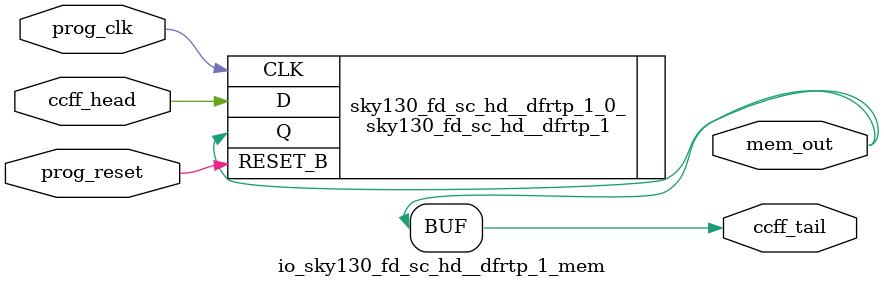
<source format=v>
`timescale 1ns / 1ps

`default_nettype wire

// ----- Verilog module for mux_tree_tapbuf_size12_mem -----
module mux_tree_tapbuf_size12_mem(prog_reset,
                                  prog_clk,
                                  ccff_head,
                                  ccff_tail,
                                  mem_out);
//----- GLOBAL PORTS -----
input [0:0] prog_reset;
//----- GLOBAL PORTS -----
input [0:0] prog_clk;
//----- INPUT PORTS -----
input [0:0] ccff_head;
//----- OUTPUT PORTS -----
output [0:0] ccff_tail;
//----- OUTPUT PORTS -----
output [0:3] mem_out;

//----- BEGIN Registered ports -----
//----- END Registered ports -----



// ----- BEGIN Local short connections -----
// ----- END Local short connections -----
// ----- BEGIN Local output short connections -----
	assign ccff_tail[0] = mem_out[3];
// ----- END Local output short connections -----

	sky130_fd_sc_hd__dfrtp_1 sky130_fd_sc_hd__dfrtp_1_0_ (
		.RESET_B(prog_reset),
		.CLK(prog_clk),
		.D(ccff_head),
		.Q(mem_out[0]));

	sky130_fd_sc_hd__dfrtp_1 sky130_fd_sc_hd__dfrtp_1_1_ (
		.RESET_B(prog_reset),
		.CLK(prog_clk),
		.D(mem_out[0]),
		.Q(mem_out[1]));

	sky130_fd_sc_hd__dfrtp_1 sky130_fd_sc_hd__dfrtp_1_2_ (
		.RESET_B(prog_reset),
		.CLK(prog_clk),
		.D(mem_out[1]),
		.Q(mem_out[2]));

	sky130_fd_sc_hd__dfrtp_1 sky130_fd_sc_hd__dfrtp_1_3_ (
		.RESET_B(prog_reset),
		.CLK(prog_clk),
		.D(mem_out[2]),
		.Q(mem_out[3]));

endmodule
// ----- END Verilog module for mux_tree_tapbuf_size12_mem -----

//----- Default net type -----
`default_nettype none




//----- Default net type -----
`default_nettype wire

// ----- Verilog module for mux_tree_tapbuf_size10_mem -----
module mux_tree_tapbuf_size10_mem(prog_reset,
                                  prog_clk,
                                  ccff_head,
                                  ccff_tail,
                                  mem_out);
//----- GLOBAL PORTS -----
input [0:0] prog_reset;
//----- GLOBAL PORTS -----
input [0:0] prog_clk;
//----- INPUT PORTS -----
input [0:0] ccff_head;
//----- OUTPUT PORTS -----
output [0:0] ccff_tail;
//----- OUTPUT PORTS -----
output [0:3] mem_out;

//----- BEGIN Registered ports -----
//----- END Registered ports -----



// ----- BEGIN Local short connections -----
// ----- END Local short connections -----
// ----- BEGIN Local output short connections -----
	assign ccff_tail[0] = mem_out[3];
// ----- END Local output short connections -----

	sky130_fd_sc_hd__dfrtp_1 sky130_fd_sc_hd__dfrtp_1_0_ (
		.RESET_B(prog_reset),
		.CLK(prog_clk),
		.D(ccff_head),
		.Q(mem_out[0]));

	sky130_fd_sc_hd__dfrtp_1 sky130_fd_sc_hd__dfrtp_1_1_ (
		.RESET_B(prog_reset),
		.CLK(prog_clk),
		.D(mem_out[0]),
		.Q(mem_out[1]));

	sky130_fd_sc_hd__dfrtp_1 sky130_fd_sc_hd__dfrtp_1_2_ (
		.RESET_B(prog_reset),
		.CLK(prog_clk),
		.D(mem_out[1]),
		.Q(mem_out[2]));

	sky130_fd_sc_hd__dfrtp_1 sky130_fd_sc_hd__dfrtp_1_3_ (
		.RESET_B(prog_reset),
		.CLK(prog_clk),
		.D(mem_out[2]),
		.Q(mem_out[3]));

endmodule
// ----- END Verilog module for mux_tree_tapbuf_size10_mem -----

//----- Default net type -----
`default_nettype none




//----- Default net type -----
`default_nettype wire

// ----- Verilog module for mux_tree_tapbuf_size3_mem -----
module mux_tree_tapbuf_size3_mem(prog_reset,
                                 prog_clk,
                                 ccff_head,
                                 ccff_tail,
                                 mem_out);
//----- GLOBAL PORTS -----
input [0:0] prog_reset;
//----- GLOBAL PORTS -----
input [0:0] prog_clk;
//----- INPUT PORTS -----
input [0:0] ccff_head;
//----- OUTPUT PORTS -----
output [0:0] ccff_tail;
//----- OUTPUT PORTS -----
output [0:1] mem_out;

//----- BEGIN Registered ports -----
//----- END Registered ports -----



// ----- BEGIN Local short connections -----
// ----- END Local short connections -----
// ----- BEGIN Local output short connections -----
	assign ccff_tail[0] = mem_out[1];
// ----- END Local output short connections -----

	sky130_fd_sc_hd__dfrtp_1 sky130_fd_sc_hd__dfrtp_1_0_ (
		.RESET_B(prog_reset),
		.CLK(prog_clk),
		.D(ccff_head),
		.Q(mem_out[0]));

	sky130_fd_sc_hd__dfrtp_1 sky130_fd_sc_hd__dfrtp_1_1_ (
		.RESET_B(prog_reset),
		.CLK(prog_clk),
		.D(mem_out[0]),
		.Q(mem_out[1]));

endmodule
// ----- END Verilog module for mux_tree_tapbuf_size3_mem -----

//----- Default net type -----
`default_nettype none




//----- Default net type -----
`default_nettype wire

// ----- Verilog module for mux_tree_tapbuf_size7_mem -----
module mux_tree_tapbuf_size7_mem(prog_reset,
                                 prog_clk,
                                 ccff_head,
                                 ccff_tail,
                                 mem_out);
//----- GLOBAL PORTS -----
input [0:0] prog_reset;
//----- GLOBAL PORTS -----
input [0:0] prog_clk;
//----- INPUT PORTS -----
input [0:0] ccff_head;
//----- OUTPUT PORTS -----
output [0:0] ccff_tail;
//----- OUTPUT PORTS -----
output [0:2] mem_out;

//----- BEGIN Registered ports -----
//----- END Registered ports -----



// ----- BEGIN Local short connections -----
// ----- END Local short connections -----
// ----- BEGIN Local output short connections -----
	assign ccff_tail[0] = mem_out[2];
// ----- END Local output short connections -----

	sky130_fd_sc_hd__dfrtp_1 sky130_fd_sc_hd__dfrtp_1_0_ (
		.RESET_B(prog_reset),
		.CLK(prog_clk),
		.D(ccff_head),
		.Q(mem_out[0]));

	sky130_fd_sc_hd__dfrtp_1 sky130_fd_sc_hd__dfrtp_1_1_ (
		.RESET_B(prog_reset),
		.CLK(prog_clk),
		.D(mem_out[0]),
		.Q(mem_out[1]));

	sky130_fd_sc_hd__dfrtp_1 sky130_fd_sc_hd__dfrtp_1_2_ (
		.RESET_B(prog_reset),
		.CLK(prog_clk),
		.D(mem_out[1]),
		.Q(mem_out[2]));

endmodule
// ----- END Verilog module for mux_tree_tapbuf_size7_mem -----

//----- Default net type -----
`default_nettype none




//----- Default net type -----
`default_nettype wire

// ----- Verilog module for mux_tree_tapbuf_size2_mem -----
module mux_tree_tapbuf_size2_mem(prog_reset,
                                 prog_clk,
                                 ccff_head,
                                 ccff_tail,
                                 mem_out);
//----- GLOBAL PORTS -----
input [0:0] prog_reset;
//----- GLOBAL PORTS -----
input [0:0] prog_clk;
//----- INPUT PORTS -----
input [0:0] ccff_head;
//----- OUTPUT PORTS -----
output [0:0] ccff_tail;
//----- OUTPUT PORTS -----
output [0:1] mem_out;

//----- BEGIN Registered ports -----
//----- END Registered ports -----



// ----- BEGIN Local short connections -----
// ----- END Local short connections -----
// ----- BEGIN Local output short connections -----
	assign ccff_tail[0] = mem_out[1];
// ----- END Local output short connections -----

	sky130_fd_sc_hd__dfrtp_1 sky130_fd_sc_hd__dfrtp_1_0_ (
		.RESET_B(prog_reset),
		.CLK(prog_clk),
		.D(ccff_head),
		.Q(mem_out[0]));

	sky130_fd_sc_hd__dfrtp_1 sky130_fd_sc_hd__dfrtp_1_1_ (
		.RESET_B(prog_reset),
		.CLK(prog_clk),
		.D(mem_out[0]),
		.Q(mem_out[1]));

endmodule
// ----- END Verilog module for mux_tree_tapbuf_size2_mem -----

//----- Default net type -----
`default_nettype none




//----- Default net type -----
`default_nettype wire

// ----- Verilog module for mux_tree_tapbuf_size5_mem -----
module mux_tree_tapbuf_size5_mem(prog_reset,
                                 prog_clk,
                                 ccff_head,
                                 ccff_tail,
                                 mem_out);
//----- GLOBAL PORTS -----
input [0:0] prog_reset;
//----- GLOBAL PORTS -----
input [0:0] prog_clk;
//----- INPUT PORTS -----
input [0:0] ccff_head;
//----- OUTPUT PORTS -----
output [0:0] ccff_tail;
//----- OUTPUT PORTS -----
output [0:2] mem_out;

//----- BEGIN Registered ports -----
//----- END Registered ports -----



// ----- BEGIN Local short connections -----
// ----- END Local short connections -----
// ----- BEGIN Local output short connections -----
	assign ccff_tail[0] = mem_out[2];
// ----- END Local output short connections -----

	sky130_fd_sc_hd__dfrtp_1 sky130_fd_sc_hd__dfrtp_1_0_ (
		.RESET_B(prog_reset),
		.CLK(prog_clk),
		.D(ccff_head),
		.Q(mem_out[0]));

	sky130_fd_sc_hd__dfrtp_1 sky130_fd_sc_hd__dfrtp_1_1_ (
		.RESET_B(prog_reset),
		.CLK(prog_clk),
		.D(mem_out[0]),
		.Q(mem_out[1]));

	sky130_fd_sc_hd__dfrtp_1 sky130_fd_sc_hd__dfrtp_1_2_ (
		.RESET_B(prog_reset),
		.CLK(prog_clk),
		.D(mem_out[1]),
		.Q(mem_out[2]));

endmodule
// ----- END Verilog module for mux_tree_tapbuf_size5_mem -----

//----- Default net type -----
`default_nettype none




//----- Default net type -----
`default_nettype wire

// ----- Verilog module for mux_tree_tapbuf_size6_mem -----
module mux_tree_tapbuf_size6_mem(prog_reset,
                                 prog_clk,
                                 ccff_head,
                                 ccff_tail,
                                 mem_out);
//----- GLOBAL PORTS -----
input [0:0] prog_reset;
//----- GLOBAL PORTS -----
input [0:0] prog_clk;
//----- INPUT PORTS -----
input [0:0] ccff_head;
//----- OUTPUT PORTS -----
output [0:0] ccff_tail;
//----- OUTPUT PORTS -----
output [0:2] mem_out;

//----- BEGIN Registered ports -----
//----- END Registered ports -----



// ----- BEGIN Local short connections -----
// ----- END Local short connections -----
// ----- BEGIN Local output short connections -----
	assign ccff_tail[0] = mem_out[2];
// ----- END Local output short connections -----

	sky130_fd_sc_hd__dfrtp_1 sky130_fd_sc_hd__dfrtp_1_0_ (
		.RESET_B(prog_reset),
		.CLK(prog_clk),
		.D(ccff_head),
		.Q(mem_out[0]));

	sky130_fd_sc_hd__dfrtp_1 sky130_fd_sc_hd__dfrtp_1_1_ (
		.RESET_B(prog_reset),
		.CLK(prog_clk),
		.D(mem_out[0]),
		.Q(mem_out[1]));

	sky130_fd_sc_hd__dfrtp_1 sky130_fd_sc_hd__dfrtp_1_2_ (
		.RESET_B(prog_reset),
		.CLK(prog_clk),
		.D(mem_out[1]),
		.Q(mem_out[2]));

endmodule
// ----- END Verilog module for mux_tree_tapbuf_size6_mem -----

//----- Default net type -----
`default_nettype none




//----- Default net type -----
`default_nettype wire

// ----- Verilog module for mux_tree_tapbuf_size4_mem -----
module mux_tree_tapbuf_size4_mem(prog_reset,
                                 prog_clk,
                                 ccff_head,
                                 ccff_tail,
                                 mem_out);
//----- GLOBAL PORTS -----
input [0:0] prog_reset;
//----- GLOBAL PORTS -----
input [0:0] prog_clk;
//----- INPUT PORTS -----
input [0:0] ccff_head;
//----- OUTPUT PORTS -----
output [0:0] ccff_tail;
//----- OUTPUT PORTS -----
output [0:2] mem_out;

//----- BEGIN Registered ports -----
//----- END Registered ports -----



// ----- BEGIN Local short connections -----
// ----- END Local short connections -----
// ----- BEGIN Local output short connections -----
	assign ccff_tail[0] = mem_out[2];
// ----- END Local output short connections -----

	sky130_fd_sc_hd__dfrtp_1 sky130_fd_sc_hd__dfrtp_1_0_ (
		.RESET_B(prog_reset),
		.CLK(prog_clk),
		.D(ccff_head),
		.Q(mem_out[0]));

	sky130_fd_sc_hd__dfrtp_1 sky130_fd_sc_hd__dfrtp_1_1_ (
		.RESET_B(prog_reset),
		.CLK(prog_clk),
		.D(mem_out[0]),
		.Q(mem_out[1]));

	sky130_fd_sc_hd__dfrtp_1 sky130_fd_sc_hd__dfrtp_1_2_ (
		.RESET_B(prog_reset),
		.CLK(prog_clk),
		.D(mem_out[1]),
		.Q(mem_out[2]));

endmodule
// ----- END Verilog module for mux_tree_tapbuf_size4_mem -----

//----- Default net type -----
`default_nettype none




//----- Default net type -----
`default_nettype wire

// ----- Verilog module for mux_tree_tapbuf_size11_mem -----
module mux_tree_tapbuf_size11_mem(prog_reset,
                                  prog_clk,
                                  ccff_head,
                                  ccff_tail,
                                  mem_out);
//----- GLOBAL PORTS -----
input [0:0] prog_reset;
//----- GLOBAL PORTS -----
input [0:0] prog_clk;
//----- INPUT PORTS -----
input [0:0] ccff_head;
//----- OUTPUT PORTS -----
output [0:0] ccff_tail;
//----- OUTPUT PORTS -----
output [0:3] mem_out;

//----- BEGIN Registered ports -----
//----- END Registered ports -----



// ----- BEGIN Local short connections -----
// ----- END Local short connections -----
// ----- BEGIN Local output short connections -----
	assign ccff_tail[0] = mem_out[3];
// ----- END Local output short connections -----

	sky130_fd_sc_hd__dfrtp_1 sky130_fd_sc_hd__dfrtp_1_0_ (
		.RESET_B(prog_reset),
		.CLK(prog_clk),
		.D(ccff_head),
		.Q(mem_out[0]));

	sky130_fd_sc_hd__dfrtp_1 sky130_fd_sc_hd__dfrtp_1_1_ (
		.RESET_B(prog_reset),
		.CLK(prog_clk),
		.D(mem_out[0]),
		.Q(mem_out[1]));

	sky130_fd_sc_hd__dfrtp_1 sky130_fd_sc_hd__dfrtp_1_2_ (
		.RESET_B(prog_reset),
		.CLK(prog_clk),
		.D(mem_out[1]),
		.Q(mem_out[2]));

	sky130_fd_sc_hd__dfrtp_1 sky130_fd_sc_hd__dfrtp_1_3_ (
		.RESET_B(prog_reset),
		.CLK(prog_clk),
		.D(mem_out[2]),
		.Q(mem_out[3]));

endmodule
// ----- END Verilog module for mux_tree_tapbuf_size11_mem -----

//----- Default net type -----
`default_nettype none




//----- Default net type -----
`default_nettype wire

// ----- Verilog module for mux_tree_tapbuf_size9_mem -----
module mux_tree_tapbuf_size9_mem(prog_reset,
                                 prog_clk,
                                 ccff_head,
                                 ccff_tail,
                                 mem_out);
//----- GLOBAL PORTS -----
input [0:0] prog_reset;
//----- GLOBAL PORTS -----
input [0:0] prog_clk;
//----- INPUT PORTS -----
input [0:0] ccff_head;
//----- OUTPUT PORTS -----
output [0:0] ccff_tail;
//----- OUTPUT PORTS -----
output [0:3] mem_out;

//----- BEGIN Registered ports -----
//----- END Registered ports -----



// ----- BEGIN Local short connections -----
// ----- END Local short connections -----
// ----- BEGIN Local output short connections -----
	assign ccff_tail[0] = mem_out[3];
// ----- END Local output short connections -----

	sky130_fd_sc_hd__dfrtp_1 sky130_fd_sc_hd__dfrtp_1_0_ (
		.RESET_B(prog_reset),
		.CLK(prog_clk),
		.D(ccff_head),
		.Q(mem_out[0]));

	sky130_fd_sc_hd__dfrtp_1 sky130_fd_sc_hd__dfrtp_1_1_ (
		.RESET_B(prog_reset),
		.CLK(prog_clk),
		.D(mem_out[0]),
		.Q(mem_out[1]));

	sky130_fd_sc_hd__dfrtp_1 sky130_fd_sc_hd__dfrtp_1_2_ (
		.RESET_B(prog_reset),
		.CLK(prog_clk),
		.D(mem_out[1]),
		.Q(mem_out[2]));

	sky130_fd_sc_hd__dfrtp_1 sky130_fd_sc_hd__dfrtp_1_3_ (
		.RESET_B(prog_reset),
		.CLK(prog_clk),
		.D(mem_out[2]),
		.Q(mem_out[3]));

endmodule
// ----- END Verilog module for mux_tree_tapbuf_size9_mem -----

//----- Default net type -----
`default_nettype none




//----- Default net type -----
`default_nettype wire

// ----- Verilog module for mux_tree_tapbuf_size8_mem -----
module mux_tree_tapbuf_size8_mem(prog_reset,
                                 prog_clk,
                                 ccff_head,
                                 ccff_tail,
                                 mem_out);
//----- GLOBAL PORTS -----
input [0:0] prog_reset;
//----- GLOBAL PORTS -----
input [0:0] prog_clk;
//----- INPUT PORTS -----
input [0:0] ccff_head;
//----- OUTPUT PORTS -----
output [0:0] ccff_tail;
//----- OUTPUT PORTS -----
output [0:3] mem_out;

//----- BEGIN Registered ports -----
//----- END Registered ports -----



// ----- BEGIN Local short connections -----
// ----- END Local short connections -----
// ----- BEGIN Local output short connections -----
	assign ccff_tail[0] = mem_out[3];
// ----- END Local output short connections -----

	sky130_fd_sc_hd__dfrtp_1 sky130_fd_sc_hd__dfrtp_1_0_ (
		.RESET_B(prog_reset),
		.CLK(prog_clk),
		.D(ccff_head),
		.Q(mem_out[0]));

	sky130_fd_sc_hd__dfrtp_1 sky130_fd_sc_hd__dfrtp_1_1_ (
		.RESET_B(prog_reset),
		.CLK(prog_clk),
		.D(mem_out[0]),
		.Q(mem_out[1]));

	sky130_fd_sc_hd__dfrtp_1 sky130_fd_sc_hd__dfrtp_1_2_ (
		.RESET_B(prog_reset),
		.CLK(prog_clk),
		.D(mem_out[1]),
		.Q(mem_out[2]));

	sky130_fd_sc_hd__dfrtp_1 sky130_fd_sc_hd__dfrtp_1_3_ (
		.RESET_B(prog_reset),
		.CLK(prog_clk),
		.D(mem_out[2]),
		.Q(mem_out[3]));

endmodule
// ----- END Verilog module for mux_tree_tapbuf_size8_mem -----

//----- Default net type -----
`default_nettype none




//----- Default net type -----
`default_nettype wire

// ----- Verilog module for mux_tree_size2_mem -----
module mux_tree_size2_mem(prog_reset,
                          prog_clk,
                          ccff_head,
                          ccff_tail,
                          mem_out);
//----- GLOBAL PORTS -----
input [0:0] prog_reset;
//----- GLOBAL PORTS -----
input [0:0] prog_clk;
//----- INPUT PORTS -----
input [0:0] ccff_head;
//----- OUTPUT PORTS -----
output [0:0] ccff_tail;
//----- OUTPUT PORTS -----
output [0:1] mem_out;

//----- BEGIN Registered ports -----
//----- END Registered ports -----



// ----- BEGIN Local short connections -----
// ----- END Local short connections -----
// ----- BEGIN Local output short connections -----
	assign ccff_tail[0] = mem_out[1];
// ----- END Local output short connections -----

	sky130_fd_sc_hd__dfrtp_1 sky130_fd_sc_hd__dfrtp_1_0_ (
		.RESET_B(prog_reset),
		.CLK(prog_clk),
		.D(ccff_head),
		.Q(mem_out[0]));

	sky130_fd_sc_hd__dfrtp_1 sky130_fd_sc_hd__dfrtp_1_1_ (
		.RESET_B(prog_reset),
		.CLK(prog_clk),
		.D(mem_out[0]),
		.Q(mem_out[1]));

endmodule
// ----- END Verilog module for mux_tree_size2_mem -----

//----- Default net type -----
`default_nettype none




//----- Default net type -----
`default_nettype wire

// ----- Verilog module for frac_lut4_sky130_fd_sc_hd__dfrtp_1_mem -----
module frac_lut4_sky130_fd_sc_hd__dfrtp_1_mem(prog_reset,
                                              prog_clk,
                                              ccff_head,
                                              ccff_tail,
                                              mem_out);
//----- GLOBAL PORTS -----
input [0:0] prog_reset;
//----- GLOBAL PORTS -----
input [0:0] prog_clk;
//----- INPUT PORTS -----
input [0:0] ccff_head;
//----- OUTPUT PORTS -----
output [0:0] ccff_tail;
//----- OUTPUT PORTS -----
output [0:16] mem_out;

//----- BEGIN Registered ports -----
//----- END Registered ports -----



// ----- BEGIN Local short connections -----
// ----- END Local short connections -----
// ----- BEGIN Local output short connections -----
	assign ccff_tail[0] = mem_out[16];
// ----- END Local output short connections -----

	sky130_fd_sc_hd__dfrtp_1 sky130_fd_sc_hd__dfrtp_1_0_ (
		.RESET_B(prog_reset),
		.CLK(prog_clk),
		.D(ccff_head),
		.Q(mem_out[0]));

	sky130_fd_sc_hd__dfrtp_1 sky130_fd_sc_hd__dfrtp_1_1_ (
		.RESET_B(prog_reset),
		.CLK(prog_clk),
		.D(mem_out[0]),
		.Q(mem_out[1]));

	sky130_fd_sc_hd__dfrtp_1 sky130_fd_sc_hd__dfrtp_1_2_ (
		.RESET_B(prog_reset),
		.CLK(prog_clk),
		.D(mem_out[1]),
		.Q(mem_out[2]));

	sky130_fd_sc_hd__dfrtp_1 sky130_fd_sc_hd__dfrtp_1_3_ (
		.RESET_B(prog_reset),
		.CLK(prog_clk),
		.D(mem_out[2]),
		.Q(mem_out[3]));

	sky130_fd_sc_hd__dfrtp_1 sky130_fd_sc_hd__dfrtp_1_4_ (
		.RESET_B(prog_reset),
		.CLK(prog_clk),
		.D(mem_out[3]),
		.Q(mem_out[4]));

	sky130_fd_sc_hd__dfrtp_1 sky130_fd_sc_hd__dfrtp_1_5_ (
		.RESET_B(prog_reset),
		.CLK(prog_clk),
		.D(mem_out[4]),
		.Q(mem_out[5]));

	sky130_fd_sc_hd__dfrtp_1 sky130_fd_sc_hd__dfrtp_1_6_ (
		.RESET_B(prog_reset),
		.CLK(prog_clk),
		.D(mem_out[5]),
		.Q(mem_out[6]));

	sky130_fd_sc_hd__dfrtp_1 sky130_fd_sc_hd__dfrtp_1_7_ (
		.RESET_B(prog_reset),
		.CLK(prog_clk),
		.D(mem_out[6]),
		.Q(mem_out[7]));

	sky130_fd_sc_hd__dfrtp_1 sky130_fd_sc_hd__dfrtp_1_8_ (
		.RESET_B(prog_reset),
		.CLK(prog_clk),
		.D(mem_out[7]),
		.Q(mem_out[8]));

	sky130_fd_sc_hd__dfrtp_1 sky130_fd_sc_hd__dfrtp_1_9_ (
		.RESET_B(prog_reset),
		.CLK(prog_clk),
		.D(mem_out[8]),
		.Q(mem_out[9]));

	sky130_fd_sc_hd__dfrtp_1 sky130_fd_sc_hd__dfrtp_1_10_ (
		.RESET_B(prog_reset),
		.CLK(prog_clk),
		.D(mem_out[9]),
		.Q(mem_out[10]));

	sky130_fd_sc_hd__dfrtp_1 sky130_fd_sc_hd__dfrtp_1_11_ (
		.RESET_B(prog_reset),
		.CLK(prog_clk),
		.D(mem_out[10]),
		.Q(mem_out[11]));

	sky130_fd_sc_hd__dfrtp_1 sky130_fd_sc_hd__dfrtp_1_12_ (
		.RESET_B(prog_reset),
		.CLK(prog_clk),
		.D(mem_out[11]),
		.Q(mem_out[12]));

	sky130_fd_sc_hd__dfrtp_1 sky130_fd_sc_hd__dfrtp_1_13_ (
		.RESET_B(prog_reset),
		.CLK(prog_clk),
		.D(mem_out[12]),
		.Q(mem_out[13]));

	sky130_fd_sc_hd__dfrtp_1 sky130_fd_sc_hd__dfrtp_1_14_ (
		.RESET_B(prog_reset),
		.CLK(prog_clk),
		.D(mem_out[13]),
		.Q(mem_out[14]));

	sky130_fd_sc_hd__dfrtp_1 sky130_fd_sc_hd__dfrtp_1_15_ (
		.RESET_B(prog_reset),
		.CLK(prog_clk),
		.D(mem_out[14]),
		.Q(mem_out[15]));

	sky130_fd_sc_hd__dfrtp_1 sky130_fd_sc_hd__dfrtp_1_16_ (
		.RESET_B(prog_reset),
		.CLK(prog_clk),
		.D(mem_out[15]),
		.Q(mem_out[16]));

endmodule
// ----- END Verilog module for frac_lut4_sky130_fd_sc_hd__dfrtp_1_mem -----

//----- Default net type -----
`default_nettype none




//----- Default net type -----
`default_nettype wire

// ----- Verilog module for io_sky130_fd_sc_hd__dfrtp_1_mem -----
module io_sky130_fd_sc_hd__dfrtp_1_mem(prog_reset,
                                       prog_clk,
                                       ccff_head,
                                       ccff_tail,
                                       mem_out);
//----- GLOBAL PORTS -----
input [0:0] prog_reset;
//----- GLOBAL PORTS -----
input [0:0] prog_clk;
//----- INPUT PORTS -----
input [0:0] ccff_head;
//----- OUTPUT PORTS -----
output [0:0] ccff_tail;
//----- OUTPUT PORTS -----
output [0:0] mem_out;

//----- BEGIN Registered ports -----
//----- END Registered ports -----



// ----- BEGIN Local short connections -----
// ----- END Local short connections -----
// ----- BEGIN Local output short connections -----
	assign ccff_tail[0] = mem_out[0];
// ----- END Local output short connections -----

	sky130_fd_sc_hd__dfrtp_1 sky130_fd_sc_hd__dfrtp_1_0_ (
		.RESET_B(prog_reset),
		.CLK(prog_clk),
		.D(ccff_head),
		.Q(mem_out));

endmodule
// ----- END Verilog module for io_sky130_fd_sc_hd__dfrtp_1_mem -----

//----- Default net type -----
`default_nettype none





</source>
